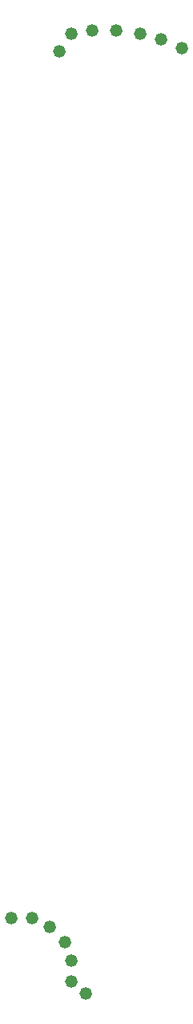
<source format=gbr>
G04 DipTrace 2.3.0.1*
%IN58744_REV1_BottomPaste.gbr*%
%MOIN*%
%ADD29C,0.052*%
%FSLAX44Y44*%
G04*
G70*
G90*
G75*
G01*
%LNBotPaste*%
%LPD*%
D29*
X49119Y86372D3*
X48619Y85622D3*
X49994Y86497D3*
X50994D3*
X51994Y86372D3*
X53744Y85747D3*
X52869Y86122D3*
X46619Y49622D3*
X47494D3*
X48244Y49247D3*
X48869Y48622D3*
X49119Y47872D3*
Y46997D3*
X49744Y46497D3*
M02*

</source>
